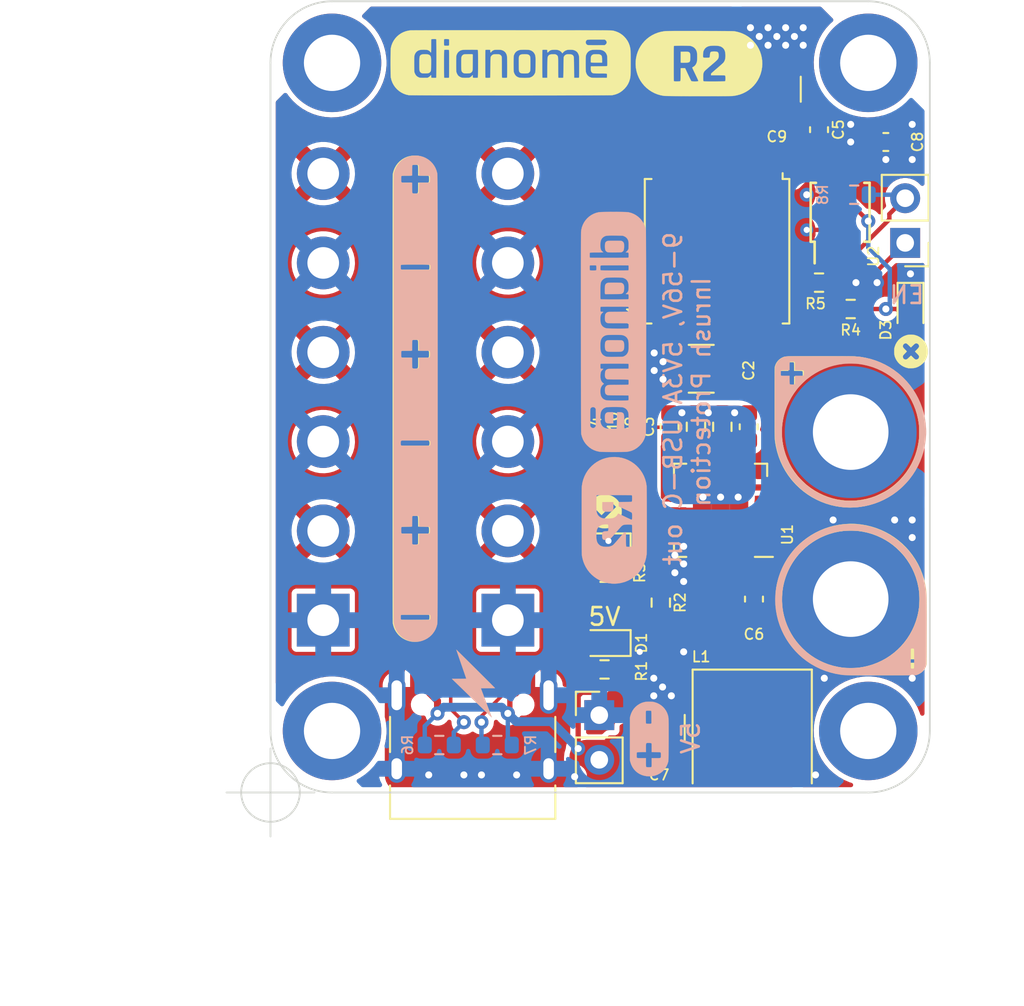
<source format=kicad_pcb>
(kicad_pcb (version 20211014) (generator pcbnew)
  (layers (0 "F.Cu" signal) (31 "B.Cu" signal) (34 "B.Paste" user) (35 "F.Paste" user) (36 "B.SilkS" user "B.Silkscreen") (37 "F.SilkS" user "F.Silkscreen") (38 "B.Mask" user) (39 "F.Mask" user) (44 "Edge.Cuts" user))
  (net 0 "")
  (net 1 "GND")
  (net 2 "VDD")
  (net 3 "Net-(C3-Pad1)")
  (net 4 "GNDA")
  (net 5 "Net-(C4-Pad1)")
  (net 6 "Net-(C6-Pad1)")
  (net 7 "LX")
  (net 8 "+5V")
  (net 9 "Net-(D1-Pad2)")
  (net 10 "Net-(D2-Pad2)")
  (net 11 "VSS")
  (net 12 "Net-(R2-Pad2)")
  (net 13 "Net-(R10-Pad2)")
  (net 19 "Net-(J2-PadA5)")
  (net 24 "Net-(J2-PadB5)")
  (net 26 "Net-(C5-Pad1)")
  (net 27 "Net-(C8-Pad1)")
  (net 28 "PSTATUS")
  (net 29 "Net-(R5-Pad2)")
  (net 30 "PEN")
  (footprint "Capacitor_SMD:C_1210_3225Metric" (layer "F.Cu") (at 114.7 75.3 90)
    (fp_text reference "C7" (at -2.7 -0.1 180) (layer "F.SilkS") (effects (font (size 0.6 0.6) (thickness 0.1))))
    (fp_text value "22uF 10V")
    (pad "1" smd roundrect locked (at -1.475 0 90) (size 1.15 2.7) (layers "F.Cu" "F.Paste" "F.Mask") (roundrect_rratio 0.2173913043) (net 8 "+5V"))
    (pad "2" smd roundrect locked (at 1.475 0 90) (size 1.15 2.7) (layers "F.Cu" "F.Paste" "F.Mask") (roundrect_rratio 0.2173913043) (net 1 "GND"))
  )
  (footprint "MountingHole:MountingHole_3.2mm_M3_DIN965_Pad" (layer "F.Cu") (at 96 75.5)
    (fp_text reference "H2" hide)
    (fp_text value "MountingHole")
    (pad "1" thru_hole circle locked (at 0 0) (size 5.6 5.6) (drill 3.2) (layers *.Cu *.Mask))
  )
  (footprint "Resistor_SMD:R_0603_1608Metric" (layer "F.Cu") (at 125.5 51.5)
    (fp_text reference "R4" (at 0 1.2) (layer "F.SilkS") (effects (font (size 0.6 0.6) (thickness 0.1))))
    (fp_text value "100k")
    (pad "1" smd roundrect locked (at -0.825 0) (size 0.8 0.95) (layers "F.Cu" "F.Paste" "F.Mask") (net 2 "VDD"))
    (pad "2" smd roundrect locked (at 0.825 0) (size 0.8 0.95) (layers "F.Cu" "F.Paste" "F.Mask") (net 28 "PSTATUS"))
  )
  (footprint "MountingHole:MountingHole_3.2mm_M3_DIN965_Pad" (layer "F.Cu") (at 126.5 37.5)
    (fp_text reference "H3" hide)
    (fp_text value "MountingHole")
    (pad "1" thru_hole circle locked (at 0 0) (size 5.6 5.6) (drill 3.2) (layers *.Cu *.Mask))
  )
  (footprint "graphics:logo" (layer "F.Cu") (at 112.750845 43.488555)
    (fp_text reference "Ref**" hide)
    (fp_text value "Val**" hide)
  )
  (footprint "Capacitor_SMD:C_0603_1608Metric" (layer "F.Cu") (at 119.7 58.2 90)
    (fp_text reference "C3" (at 0 -5.7 90) (layer "F.SilkS") (effects (font (size 0.6 0.6) (thickness 0.1))))
    (fp_text value "12nF 75V")
    (pad "1" smd roundrect locked (at -0.775 0 90) (size 0.9 0.95) (layers "F.Cu" "F.Paste" "F.Mask") (net 3 "Net-(C3-Pad1)"))
    (pad "2" smd roundrect locked (at 0.775 0 90) (size 0.9 0.95) (layers "F.Cu" "F.Paste" "F.Mask") (net 4 "GNDA"))
  )
  (footprint "Resistor_SMD:R_0603_1608Metric" (layer "F.Cu") (at 111.5 66.5 180)
    (fp_text reference "R3" (at -2 0 90) (layer "F.SilkS") (effects (font (size 0.6 0.6) (thickness 0.1))))
    (fp_text value "22k")
    (pad "1" smd roundrect locked (at -0.825 0 180) (size 0.8 0.95) (layers "F.Cu" "F.Paste" "F.Mask") (net 11 "VSS"))
    (pad "2" smd roundrect locked (at 0.825 0 180) (size 0.8 0.95) (layers "F.Cu" "F.Paste" "F.Mask") (net 10 "Net-(D2-Pad2)"))
  )
  (footprint "Capacitor_SMD:C_0603_1608Metric" (layer "F.Cu") (at 127.5 42)
    (fp_text reference "C8" (at 1.8 0 90) (layer "F.SilkS") (effects (font (size 0.6 0.6) (thickness 0.1))))
    (fp_text value "2.2uF 75V")
    (pad "1" smd roundrect locked (at -0.775 0) (size 0.9 0.95) (layers "F.Cu" "F.Paste" "F.Mask") (net 27 "Net-(C8-Pad1)"))
    (pad "2" smd roundrect locked (at 0.775 0) (size 0.9 0.95) (layers "F.Cu" "F.Paste" "F.Mask") (net 1 "GND"))
  )
  (footprint "LED_SMD:LED_0603_1608Metric" (layer "F.Cu") (at 111.5 65 180)
    (fp_text reference "D2" (at -2 0 90) (layer "F.SilkS") (effects (font (size 0.6 0.6) (thickness 0.1))))
    (fp_text value "LED_WHITE")
    (pad "1" smd roundrect locked (at -0.7875 0 180) (size 0.875 0.95) (layers "F.Cu" "F.Paste" "F.Mask") (net 1 "GND"))
    (pad "2" smd roundrect locked (at 0.7875 0 180) (size 0.875 0.95) (layers "F.Cu" "F.Paste" "F.Mask") (net 10 "Net-(D2-Pad2)"))
  )
  (footprint "Package_TO_SOT_SMD:PQFN_8x8" (layer "F.Cu") (at 117.9 48.215 -90)
    (fp_text reference "Q1" (at 4.285 4.8 90) (layer "F.SilkS") (effects (font (size 0.6 0.6) (thickness 0.1)) (justify left)))
    (fp_text value "Q_NMOS_DGS")
    (pad "1" smd rect locked (at -3.935 -3 270) (size 1.13 1.1) (layers "F.Cu" "F.Paste" "F.Mask") (net 26 "Net-(C5-Pad1)"))
    (pad "2" smd custom locked (at -3.61 1 270) (size 0.48 5.1) (layers "F.Cu" "F.Paste" "F.Mask") (net 11 "VSS") (options (clearance outline) (anchor rect)) (primitives (gr_poly (pts (xy -0.24 -1.45) (xy -0.89 -1.45) (xy -0.89 -2.55) (xy -0.24 -2.55)) (width 0) (fill yes)) (gr_poly (pts (xy -0.24 0.55) (xy -0.89 0.55) (xy -0.89 -0.55) (xy -0.24 -0.55)) (width 0) (fill yes)) (gr_poly (pts (xy -0.24 2.55) (xy -0.89 2.55) (xy -0.89 1.45) (xy -0.24 1.45)) (width 0) (fill yes))))
    (pad "3" smd custom locked (at 0.785 0 270) (size 5.23 6.9) (layers "F.Cu" "F.Mask") (net 2 "VDD") (options (clearance outline) (anchor rect)) (primitives (gr_poly (pts (xy 3.715 -2.45) (xy 2.615 -2.45) (xy 2.615 -3.55) (xy 3.715 -3.55)) (width 0) (fill yes)) (gr_poly (pts (xy 3.715 -0.45) (xy 2.615 -0.45) (xy 2.615 -1.55) (xy 3.715 -1.55)) (width 0) (fill yes)) (gr_poly (pts (xy 3.715 1.55) (xy 2.615 1.55) (xy 2.615 0.45) (xy 3.715 0.45)) (width 0) (fill yes)) (gr_poly (pts (xy 3.715 3.55) (xy 2.615 3.55) (xy 2.615 2.45) (xy 3.715 2.45)) (width 0) (fill yes))))
  )
  (footprint "Valve:ttt" (layer "F.Cu") (at 125.5 58.5)
    (fp_text reference "J7" hide)
    (fp_text value "Screw_Terminal_01x01")
    (pad "1" connect circle (at 0 0) (size 7.5 7.5) (layers "F.Cu" "F.Mask") (net 2 "VDD"))
    (pad "1" thru_hole circle (at 0 0) (size 4.7 4.7) (drill 4.3) (layers *.Cu *.Mask) (net 2 "VDD"))
    (pad "1" connect circle (at 0 0) (size 7.5 7.5) (layers "B.Cu" "B.Mask") (net 2 "VDD"))
  )
  (footprint "Capacitor_SMD:C_0603_1608Metric" (layer "F.Cu") (at 120 68 -90)
    (fp_text reference "C6" (at 2 0 180) (layer "F.SilkS") (effects (font (size 0.6 0.6) (thickness 0.1))))
    (fp_text value "0.1uF 75V")
    (pad "1" smd roundrect locked (at -0.775 0 270) (size 0.9 0.95) (layers "F.Cu" "F.Paste" "F.Mask") (net 6 "Net-(C6-Pad1)"))
    (pad "2" smd roundrect locked (at 0.775 0 270) (size 0.9 0.95) (layers "F.Cu" "F.Paste" "F.Mask") (net 7 "LX"))
  )
  (footprint "TerminalBlock:TerminalBlock_bornier-6_P5.08mm" (layer "F.Cu") (at 106 69.2 90)
    (fp_text reference "J1" hide)
    (fp_text value "Screw_Terminal_01x06")
    (pad "1" thru_hole rect (at 0 0 90) (size 3 3) (drill 1.8) (layers *.Cu *.Mask) (net 1 "GND"))
    (pad "2" thru_hole circle (at 5.08 0 90) (size 3 3) (drill 1.8) (layers *.Cu *.Mask) (net 11 "VSS"))
    (pad "3" thru_hole circle (at 10.16 0 90) (size 3 3) (drill 1.8) (layers *.Cu *.Mask) (net 1 "GND"))
    (pad "4" thru_hole circle (at 15.24 0 90) (size 3 3) (drill 1.8) (layers *.Cu *.Mask) (net 11 "VSS"))
    (pad "5" thru_hole circle (at 20.32 0 90) (size 3 3) (drill 1.8) (layers *.Cu *.Mask) (net 1 "GND"))
    (pad "6" thru_hole circle (at 25.4 0 90) (size 3 3) (drill 1.8) (layers *.Cu *.Mask) (net 11 "VSS"))
  )
  (footprint "graphics:plus" (layer "F.Cu") (at 125.71483 59.217427)
    (fp_text reference "Ref**" hide)
    (fp_text value "Val**" hide)
  )
  (footprint "Resistor_SMD:R_0603_1608Metric" (layer "F.Cu") (at 123.7 50)
    (fp_text reference "R5" (at -0.2 1.2) (layer "F.SilkS") (effects (font (size 0.6 0.6) (thickness 0.1))))
    (fp_text value "5.1k")
    (pad "1" smd roundrect locked (at -0.825 0) (size 0.8 0.95) (layers "F.Cu" "F.Paste" "F.Mask") (net 2 "VDD"))
    (pad "2" smd roundrect locked (at 0.825 0) (size 0.8 0.95) (layers "F.Cu" "F.Paste" "F.Mask") (net 29 "Net-(R5-Pad2)"))
  )
  (footprint "MountingHole:MountingHole_3.2mm_M3_DIN965_Pad" (layer "F.Cu") (at 126.5 75.5)
    (fp_text reference "H1" hide)
    (fp_text value "MountingHole")
    (pad "1" thru_hole circle locked (at 0 0) (size 5.6 5.6) (drill 3.2) (layers *.Cu *.Mask))
  )
  (footprint "graphics:pol_multi" (layer "F.Cu") (at 100.451509 56.233852 -90)
    (fp_text reference "Ref**" hide)
    (fp_text value "Val**" hide)
  )
  (footprint "Inductor_SMD:L_Coilcraft_XAL60xx_6.36x6.56mm" (layer "F.Cu") (at 119.9 75.3 -90)
    (fp_text reference "L1" (at -4.02 3.5 180) (layer "F.SilkS") (effects (font (size 0.6 0.6) (thickness 0.1)) (justify left)))
    (fp_text value "4.7uH")
    (pad "1" smd rect locked (at -2.02 0 270) (size 1.43 5.5) (layers "F.Cu" "F.Paste" "F.Mask") (net 7 "LX"))
    (pad "2" smd rect locked (at 2.02 0 270) (size 1.43 5.5) (layers "F.Cu" "F.Paste" "F.Mask") (net 8 "+5V"))
  )
  (footprint "graphics:fault" (layer "F.Cu") (at 128.6 53.4)
    (fp_text reference "Ref**" hide)
    (fp_text value "Val**" hide)
  )
  (footprint "graphics:ok" (layer "F.Cu") (at 110.7 62.6)
    (fp_text reference "Ref**" hide)
    (fp_text value "Val**" hide)
  )
  (footprint "TerminalBlock:TerminalBlock_bornier-6_P5.08mm" (layer "F.Cu") (at 95.5 69.2 90)
    (fp_text reference "J5" hide)
    (fp_text value "Screw_Terminal_01x06")
    (pad "1" thru_hole rect (at 0 0 90) (size 3 3) (drill 1.8) (layers *.Cu *.Mask) (net 1 "GND"))
    (pad "2" thru_hole circle (at 5.08 0 90) (size 3 3) (drill 1.8) (layers *.Cu *.Mask) (net 11 "VSS"))
    (pad "3" thru_hole circle (at 10.16 0 90) (size 3 3) (drill 1.8) (layers *.Cu *.Mask) (net 1 "GND"))
    (pad "4" thru_hole circle (at 15.24 0 90) (size 3 3) (drill 1.8) (layers *.Cu *.Mask) (net 11 "VSS"))
    (pad "5" thru_hole circle (at 20.32 0 90) (size 3 3) (drill 1.8) (layers *.Cu *.Mask) (net 1 "GND"))
    (pad "6" thru_hole circle (at 25.4 0 90) (size 3 3) (drill 1.8) (layers *.Cu *.Mask) (net 11 "VSS"))
  )
  (footprint "Resistor_SMD:R_0603_1608Metric" (layer "F.Cu") (at 111.5 72 180)
    (fp_text reference "R1" (at -2.1 -0.1 90) (layer "F.SilkS") (effects (font (size 0.6 0.6) (thickness 0.1))))
    (fp_text value "2k")
    (pad "1" smd roundrect locked (at -0.825 0 180) (size 0.8 0.95) (layers "F.Cu" "F.Paste" "F.Mask") (net 8 "+5V"))
    (pad "2" smd roundrect locked (at 0.825 0 180) (size 0.8 0.95) (layers "F.Cu" "F.Paste" "F.Mask") (net 9 "Net-(D1-Pad2)"))
  )
  (footprint "MountingHole:MountingHole_4.3mm_M4_DIN965_Pad_TopBottom" (layer "F.Cu") (at 125.5 68)
    (fp_text reference "J6" hide)
    (fp_text value "Screw_Terminal_01x01")
    (pad "1" thru_hole circle (at 0 0) (size 4.7 4.7) (drill 4.3) (layers *.Cu *.Mask) (net 1 "GND"))
    (pad "1" connect circle (at 0 0) (size 7.5 7.5) (layers "B.Cu" "B.Mask") (net 1 "GND"))
    (pad "1" connect circle (at 0 0) (size 7.5 7.5) (layers "F.Cu" "F.Mask") (net 1 "GND"))
  )
  (footprint "Capacitor_SMD:C_0603_1608Metric" (layer "F.Cu") (at 115.2 58.2 90)
    (fp_text reference "C4" (at 0 -4.2 90) (layer "F.SilkS") (effects (font (size 0.6 0.6) (thickness 0.1))))
    (fp_text value "2.2uF 10V")
    (pad "1" smd roundrect locked (at -0.775 0 90) (size 0.9 0.95) (layers "F.Cu" "F.Paste" "F.Mask") (net 5 "Net-(C4-Pad1)"))
    (pad "2" smd roundrect locked (at 0.775 0 90) (size 0.9 0.95) (layers "F.Cu" "F.Paste" "F.Mask") (net 4 "GNDA"))
  )
  (footprint "Connector_PinHeader_2.54mm:PinHeader_1x02_P2.54mm_Vertical" (layer "F.Cu") (at 111.2 74.6)
    (fp_text reference "J3" hide)
    (fp_text value "Conn_01x02_Male")
    (pad "1" thru_hole rect locked (at 0 0) (size 1.7 1.7) (drill 1) (layers *.Cu *.Mask) (net 1 "GND"))
    (pad "2" thru_hole oval locked (at 0 2.54) (size 1.7 1.7) (drill 1) (layers *.Cu *.Mask) (net 8 "+5V"))
  )
  (footprint "Resistor_SMD:R_0603_1608Metric" (layer "F.Cu") (at 118.2 58.2 90)
    (fp_text reference "R9" (at 0 -5.2 90) (layer "F.SilkS") (effects (font (size 0.6 0.6) (thickness 0.1))))
    (fp_text value "24.9k")
    (pad "1" smd roundrect locked (at -0.825 0 90) (size 0.8 0.95) (layers "F.Cu" "F.Paste" "F.Mask") (net 12 "Net-(R2-Pad2)"))
    (pad "2" smd roundrect locked (at 0.825 0 90) (size 0.8 0.95) (layers "F.Cu" "F.Paste" "F.Mask") (net 4 "GNDA"))
  )
  (footprint "Connector_USB:USB_C_Receptacle_HRO_TYPE-C-31-M-12" (layer "F.Cu") (at 104 76.6)
    (fp_text reference "J2" hide)
    (fp_text value "USB_C_Receptacle_USB2.0")
    (pad "" np_thru_hole circle (at -2.89 -2.6) (size 0.65 0.65) (drill 0.65) (layers *.Cu *.Mask))
    (pad "" np_thru_hole circle (at 2.89 -2.6) (size 0.65 0.65) (drill 0.65) (layers *.Cu *.Mask))
    (pad "A1" smd rect (at -3.25 -4.045) (size 0.6 1.45) (layers "F.Cu" "F.Paste" "F.Mask") (net 1 "GND"))
    (pad "A4" smd rect (at -2.45 -4.045) (size 0.6 1.45) (layers "F.Cu" "F.Paste" "F.Mask") (net 8 "+5V"))
    (pad "A5" smd rect (at -1.25 -4.045) (size 0.3 1.45) (layers "F.Cu" "F.Paste" "F.Mask") (net 19 "Net-(J2-PadA5)"))
    (pad "A6" smd rect (at -0.25 -4.045) (size 0.3 1.45) (layers "F.Cu" "F.Paste" "F.Mask"))
    (pad "A7" smd rect (at 0.25 -4.045) (size 0.3 1.45) (layers "F.Cu" "F.Paste" "F.Mask"))
    (pad "A8" smd rect (at 1.25 -4.045) (size 0.3 1.45) (layers "F.Cu" "F.Paste" "F.Mask"))
    (pad "A9" smd rect (at 2.45 -4.045) (size 0.6 1.45) (layers "F.Cu" "F.Paste" "F.Mask") (net 8 "+5V"))
    (pad "A12" smd rect (at 3.25 -4.045) (size 0.6 1.45) (layers "F.Cu" "F.Paste" "F.Mask") (net 1 "GND"))
    (pad "B1" smd rect (at 3.25 -4.045) (size 0.6 1.45) (layers "F.Cu" "F.Paste" "F.Mask") (net 1 "GND"))
    (pad "B4" smd rect (at 2.45 -4.045) (size 0.6 1.45) (layers "F.Cu" "F.Paste" "F.Mask") (net 8 "+5V"))
    (pad "B5" smd rect (at 1.75 -4.045) (size 0.3 1.45) (layers "F.Cu" "F.Paste" "F.Mask") (net 24 "Net-(J2-PadB5)"))
    (pad "B6" smd rect (at 0.75 -4.045) (size 0.3 1.45) (layers "F.Cu" "F.Paste" "F.Mask"))
    (pad "B7" smd rect (at -0.75 -4.045) (size 0.3 1.45) (layers "F.Cu" "F.Paste" "F.Mask"))
    (pad "B8" smd rect (at -1.75 -4.045) (size 0.3 1.45) (layers "F.Cu" "F.Paste" "F.Mask"))
    (pad "B9" smd rect (at -2.45 -4.045) (size 0.6 1.45) (layers "F.Cu" "F.Paste" "F.Mask") (net 8 "+5V"))
    (pad "B12" smd rect (at -3.25 -4.045) (size 0.6 1.45) (layers "F.Cu" "F.Paste" "F.Mask") (net 1 "GND"))
    (pad "S1" thru_hole oval (at -4.32 -3.13) (size 1 2.1) (drill oval 0.6 1.7) (layers *.Cu *.Mask "F.Paste") (net 1 "GND"))
    (pad "S1" thru_hole oval (at 4.32 1.05) (size 1 1.6) (drill oval 0.6 1.2) (layers *.Cu *.Mask "F.Paste") (net 1 "GND"))
    (pad "S1" thru_hole oval (at -4.32 1.05) (size 1 1.6) (drill oval 0.6 1.2) (layers *.Cu *.Mask "F.Paste") (net 1 "GND"))
    (pad "S1" thru_hole oval (at 4.32 -3.13) (size 1 2.1) (drill oval 0.6 1.7) (layers *.Cu *.Mask "F.Paste") (net 1 "GND"))
  )
  (footprint "Connector_PinHeader_2.54mm:PinHeader_1x02_P2.54mm_Vertical" (layer "F.Cu") (at 128.6 47.74 180)
    (fp_text reference "J4" hide)
    (fp_text value "Conn_01x02_Male")
    (pad "1" thru_hole rect locked (at 0 0 180) (size 1.7 1.7) (drill 1) (layers *.Cu *.Mask) (net 2 "VDD"))
    (pad "2" thru_hole oval locked (at 0 2.54 180) (size 1.7 1.7) (drill 1) (layers *.Cu *.Mask) (net 30 "PEN"))
  )
  (footprint "LED_SMD:LED_0603_1608Metric" (layer "F.Cu") (at 111.5 70.5 180)
    (fp_text reference "D1" (at -2.1 0 90) (layer "F.SilkS") (effects (font (size 0.6 0.6) (thickness 0.1))))
    (fp_text value "LED_WHITE")
    (pad "1" smd roundrect locked (at -0.7875 0 180) (size 0.875 0.95) (layers "F.Cu" "F.Paste" "F.Mask") (net 1 "GND"))
    (pad "2" smd roundrect locked (at 0.7875 0 180) (size 0.875 0.95) (layers "F.Cu" "F.Paste" "F.Mask") (net 9 "Net-(D1-Pad2)"))
  )
  (footprint "Capacitor_SMD:C_1210_3225Metric" (layer "F.Cu") (at 121.3 39 90)
    (fp_text reference "C9" (at -2.7 0 180) (layer "F.SilkS") (effects (font (size 0.6 0.6) (thickness 0.1))))
    (fp_text value "2.2uF 75V")
    (pad "1" smd roundrect (at -1.475 0 90) (size 1.15 2.7) (layers "F.Cu" "F.Paste" "F.Mask") (roundrect_rratio 0.2173913043) (net 11 "VSS"))
    (pad "2" smd roundrect (at 1.475 0 90) (size 1.15 2.7) (layers "F.Cu" "F.Paste" "F.Mask") (roundrect_rratio 0.2173913043) (net 1 "GND"))
  )
  (footprint "Resistor_SMD:R_0603_1608Metric" (layer "F.Cu") (at 114.7 68.2 90)
    (fp_text reference "R2" (at 0 1.1 270) (layer "F.SilkS") (effects (font (size 0.6 0.6) (thickness 0.1))))
    (fp_text value "115k")
    (pad "1" smd roundrect locked (at -0.825 0 90) (size 0.8 0.95) (layers "F.Cu" "F.Paste" "F.Mask") (net 8 "+5V"))
    (pad "2" smd roundrect locked (at 0.825 0 90) (size 0.8 0.95) (layers "F.Cu" "F.Paste" "F.Mask") (net 12 "Net-(R2-Pad2)"))
  )
  (footprint "MountingHole:MountingHole_3.2mm_M3_DIN965_Pad" (layer "F.Cu") (at 96 37.5)
    (fp_text reference "H4" hide)
    (fp_text value "MountingHole")
    (pad "1" thru_hole circle locked (at 0 0) (size 5.6 5.6) (drill 3.2) (layers *.Cu *.Mask))
  )
  (footprint "LED_SMD:LED_0603_1608Metric" (layer "F.Cu") (at 128.9 51.5 -90)
    (fp_text reference "D3" (at 1.2 1.4 -90) (layer "F.SilkS") (effects (font (size 0.6 0.6) (thickness 0.1))))
    (fp_text value "LED_RED")
    (pad "1" smd roundrect locked (at -0.7875 0 270) (size 0.875 0.95) (layers "F.Cu" "F.Paste" "F.Mask") (net 1 "GND"))
    (pad "2" smd roundrect locked (at 0.7875 0 270) (size 0.875 0.95) (layers "F.Cu" "F.Paste" "F.Mask") (net 28 "PSTATUS"))
  )
  (footprint "Capacitor_SMD:C_1210_3225Metric" (layer "F.Cu") (at 117 54.9 180)
    (fp_text reference "C2" (at -2.7 -0.1 90) (layer "F.SilkS") (effects (font (size 0.6 0.6) (thickness 0.1))))
    (fp_text value "2.2uF 75V")
    (pad "1" smd roundrect locked (at -1.475 0 180) (size 1.15 2.7) (layers "F.Cu" "F.Paste" "F.Mask") (roundrect_rratio 0.2173913043) (net 2 "VDD"))
    (pad "2" smd roundrect locked (at 1.475 0 180) (size 1.15 2.7) (layers "F.Cu" "F.Paste" "F.Mask") (roundrect_rratio 0.2173913043) (net 1 "GND"))
  )
  (footprint "NetTie:NetTie-2_SMD_Pad0.5mm" (layer "F.Cu") (at 114.3 63.5 -90)
    (fp_text reference "NT1" hide)
    (fp_text value "NetTie_2")
    (fp_poly (pts (xy -0.5 -0.25) (xy 0.5 -0.25) (xy 0.5 0.25) (xy -0.5 0.25)) (layer "F.Cu") (width 0) (fill solid))
    (pad "1" smd circle locked (at -0.5 0 270) (size 0.5 0.5) (layers "F.Cu") (net 4 "GNDA"))
    (pad "2" smd circle locked (at 0.5 0 270) (size 0.5 0.5) (layers "F.Cu") (net 1 "GND"))
  )
  (footprint "Package_SO:MSOP-10_3x3mm_P0.5mm" (layer "F.Cu") (at 124.9 46 90)
    (fp_text reference "U2" (at -2.5 1.9 90) (layer "F.SilkS") (effects (font (size 0.6 0.6) (thickness 0.1))))
    (fp_text value "LM5060")
    (pad "1" smd rect locked (at -2.2 -1 90) (size 1.4 0.3) (layers "F.Cu" "F.Paste" "F.Mask") (net 29 "Net-(R5-Pad2)"))
    (pad "2" smd rect locked (at -2.2 -0.5 90) (size 1.4 0.3) (layers "F.Cu" "F.Paste" "F.Mask") (net 2 "VDD"))
    (pad "3" smd rect locked (at -2.2 0 90) (size 1.4 0.3) (layers "F.Cu" "F.Paste" "F.Mask") (net 1 "GND"))
    (pad "4" smd rect locked (at -2.2 0.5 90) (size 1.4 0.3) (layers "F.Cu" "F.Paste" "F.Mask") (net 2 "VDD"))
    (pad "5" smd rect locked (at -2.2 1 90) (size 1.4 0.3) (layers "F.Cu" "F.Paste" "F.Mask") (net 30 "PEN"))
    (pad "6" smd rect locked (at 2.2 1 90) (size 1.4 0.3) (layers "F.Cu" "F.Paste" "F.Mask") (net 1 "GND"))
    (pad "7" smd rect locked (at 2.2 0.5 90) (size 1.4 0.3) (layers "F.Cu" "F.Paste" "F.Mask") (net 27 "Net-(C8-Pad1)"))
    (pad "8" smd rect locked (at 2.2 0 90) (size 1.4 0.3) (layers "F.Cu" "F.Paste" "F.Mask") (net 28 "PSTATUS"))
    (pad "9" smd rect locked (at 2.2 -0.5 90) (size 1.4 0.3) (layers "F.Cu" "F.Paste" "F.Mask") (net 11 "VSS"))
    (pad "10" smd rect locked (at 2.2 -1 90) (size 1.4 0.3) (layers "F.Cu" "F.Paste" "F.Mask") (net 26 "Net-(C5-Pad1)"))
  )
  (footprint "graphics:minus" (layer "F.Cu") (at 125.71 70.12 180)
    (fp_text reference "Ref**" hide)
    (fp_text value "Val**" hide)
  )
  (footprint "Capacitor_SMD:C_0603_1608Metric" (layer "F.Cu") (at 123.7 41.3 90)
    (fp_text reference "C5" (at 0 1.1 90) (layer "F.SilkS") (effects (font (size 0.6 0.6) (thickness 0.1))))
    (fp_text value "0")
    (pad "1" smd roundrect locked (at -0.775 0 90) (size 0.9 0.95) (layers "F.Cu" "F.Paste" "F.Mask") (net 26 "Net-(C5-Pad1)"))
    (pad "2" smd roundrect locked (at 0.775 0 90) (size 0.9 0.95) (layers "F.Cu" "F.Paste" "F.Mask") (net 1 "GND"))
  )
  (footprint "Movr:MAX17504" (layer "F.Cu") (at 118.1 62.95 180)
    (fp_text reference "U1" (at -3.8 -2.05 90) (layer "F.SilkS") (effects (font (size 0.6 0.6) (thickness 0.1)) (justify left)))
    (fp_text value "ΜΑΧ17504")
    (pad "1" smd rect (at -2.425 -0.65 270) (size 0.35 0.95) (layers "F.Cu" "F.Paste" "F.Mask") (net 2 "VDD"))
    (pad "1" smd rect (at -2.425 0 270) (size 0.35 0.95) (layers "F.Cu" "F.Paste" "F.Mask") (net 2 "VDD"))
    (pad "1" smd rect (at -2.425 -1.3 270) (size 0.35 0.95) (layers "F.Cu" "F.Paste" "F.Mask") (net 2 "VDD"))
    (pad "4" smd rect (at -2.425 0.65 270) (size 0.35 0.95) (layers "F.Cu" "F.Paste" "F.Mask") (net 2 "VDD"))
    (pad "5" smd rect (at -2.425 1.3 270) (size 0.35 0.95) (layers "F.Cu" "F.Paste" "F.Mask"))
    (pad "6" smd rect (at -1.3 2.425 180) (size 0.35 0.95) (layers "F.Cu" "F.Paste" "F.Mask"))
    (pad "7" smd rect (at -0.65 2.425 180) (size 0.35 0.95) (layers "F.Cu" "F.Paste" "F.Mask") (net 3 "Net-(C3-Pad1)"))
    (pad "8" smd rect (at 0 2.425 180) (size 0.35 0.95) (layers "F.Cu" "F.Paste" "F.Mask"))
    (pad "9" smd rect (at 0.65 2.425 180) (size 0.35 0.95) (layers "F.Cu" "F.Paste" "F.Mask") (net 12 "Net-(R2-Pad2)"))
    (pad "10" smd rect (at 1.3 2.425 180) (size 0.35 0.95) (layers "F.Cu" "F.Paste" "F.Mask") (net 13 "Net-(R10-Pad2)"))
    (pad "11" smd rect (at 2.425 1.3 270) (size 0.35 0.95) (layers "F.Cu" "F.Paste" "F.Mask"))
    (pad "12" smd rect (at 2.425 0.65 270) (size 0.35 0.95) (layers "F.Cu" "F.Paste" "F.Mask") (net 5 "Net-(C4-Pad1)"))
    (pad "13" smd rect (at 2.425 0 270) (size 0.35 0.95) (layers "F.Cu" "F.Paste" "F.Mask") (net 4 "GNDA"))
    (pad "13" smd rect (at 1.05 1.05 180) (size 1.05 1.05) (layers "F.Cu" "F.Paste" "F.Mask") (net 4 "GNDA"))
    (pad "13" smd rect (at 1.05 0 180) (size 1.05 1.05) (layers "F.Cu" "F.Paste" "F.Mask") (net 4 "GNDA"))
    (pad "13" smd rect (at -1.05 -1.05 180) (size 1.05 1.05) (layers "F.Cu" "F.Paste" "F.Mask") (net 4 "GNDA"))
    (pad "13" smd rect (at -1.05 0 180) (size 1.05 1.05) (layers "F.Cu" "F.Paste" "F.Mask") (net 4 "GNDA"))
    (pad "13" smd rect (at 0 1.05 180) (size 1.05 1.05) (layers "F.Cu" "F.Paste" "F.Mask") (net 4 "GNDA"))
    (pad "13" smd rect (at -1.05 1.05 180) (size 1.05 1.05) (layers "F.Cu" "F.Paste" "F.Mask") (net 4 "GNDA"))
    (pad "13" smd rect (at 0 0 180) (size 1.05 1.05) (layers "F.Cu" "F.Paste" "F.Mask") (net 4 "GNDA"))
    (pad "13" smd rect (at 1.05 -1.05 180) (size 1.05 1.05) (layers "F.Cu" "F.Paste" "F.Mask") (net 4 "GNDA"))
    (pad "13" smd rect (at 0 -1.05 180) (size 1.05 1.05) (layers "F.Cu" "F.Paste" "F.Mask") (net 4 "GNDA"))
    (pad "14" smd rect (at 1.3 -2.425 180) (size 0.35 0.95) (layers "F.Cu" "F.Paste" "F.Mask") (net 1 "GND"))
    (pad "14" smd rect (at 2.425 -1.3 270) (size 0.35 0.95) (layers "F.Cu" "F.Paste" "F.Mask") (net 1 "GND"))
    (pad "14" smd rect (at 2.425 -0.65 270) (size 0.35 0.95) (layers "F.Cu" "F.Paste" "F.Mask") (net 1 "GND"))
    (pad "17" smd rect (at 0.65 -2.425 180) (size 0.35 0.95) (layers "F.Cu" "F.Paste" "F.Mask") (net 7 "LX"))
    (pad "17" smd rect (at 0 -2.425 180) (size 0.35 0.95) (layers "F.Cu" "F.Paste" "F.Mask") (net 7 "LX"))
    (pad "17" smd rect (at -0.65 -2.425 180) (size 0.35 0.95) (layers "F.Cu" "F.Paste" "F.Mask") (net 7 "LX"))
    (pad "20" smd rect (at -1.3 -2.425 180) (size 0.35 0.95) (layers "F.Cu" "F.Paste" "F.Mask") (net 6 "Net-(C6-Pad1)"))
  )
  (footprint "Resistor_SMD:R_0603_1608Metric" (layer "F.Cu") (at 116.7 58.2 -90)
    (fp_text reference "R10" (at 0 4.7 90) (layer "F.SilkS") (effects (font (size 0.6 0.6) (thickness 0.1))))
    (fp_text value "19.1k")
    (pad "1" smd roundrect locked (at -0.825 0 270) (size 0.8 0.95) (layers "F.Cu" "F.Paste" "F.Mask") (net 4 "GNDA"))
    (pad "2" smd roundrect locked (at 0.825 0 270) (size 0.8 0.95) (layers "F.Cu" "F.Paste" "F.Mask") (net 13 "Net-(R10-Pad2)"))
  )
  (footprint "Resistor_SMD:R_0603_1608Metric" (layer "B.Cu") (at 125.7 45 180)
    (fp_text reference "R8" (at 1.8 0 90) (layer "B.SilkS") (effects (font (size 0.6 0.6) (thickness 0.1)) (justify mirror)))
    (fp_text value "47k")
    (pad "1" smd roundrect locked (at -0.825 0 180) (size 0.8 0.95) (layers "B.Cu" "B.Paste" "B.Mask") (net 30 "PEN"))
    (pad "2" smd roundrect locked (at 0.825 0 180) (size 0.8 0.95) (layers "B.Cu" "B.Paste" "B.Mask") (net 1 "GND"))
  )
  (footprint "graphics:plus_minus" (layer "B.Cu") (at 114.8 76.1)
    (fp_text reference "Ref**" hide)
    (fp_text value "Val**" hide)
  )
  (footprint "Resistor_SMD:R_0603_1608Metric" (layer "B.Cu") (at 105.4 76.3 180)
    (fp_text reference "R7" (at -1.9 0 90) (layer "B.SilkS") (effects (font (size 0.6 0.6) (thickness 0.1)) (justify mirror)))
    (fp_text value "5.1k")
    (pad "1" smd roundrect locked (at -0.825 0 180) (size 0.8 0.95) (layers "B.Cu" "B.Paste" "B.Mask") (net 8 "+5V"))
    (pad "2" smd roundrect locked (at 0.825 0 180) (size 0.8 0.95) (layers "B.Cu" "B.Paste" "B.Mask") (net 24 "Net-(J2-PadB5)"))
  )
  (footprint "Resistor_SMD:R_0603_1608Metric" (layer "B.Cu") (at 102.1 76.3)
    (fp_text reference "R6" (at -1.8 0 90) (layer "B.SilkS") (effects (font (size 0.6 0.6) (thickness 0.1)) (justify mirror)))
    (fp_text value "5.1k")
    (pad "1" smd roundrect locked (at -0.825 0) (size 0.8 0.95) (layers "B.Cu" "B.Paste" "B.Mask") (net 8 "+5V"))
    (pad "2" smd roundrect locked (at 0.825 0) (size 0.8 0.95) (layers "B.Cu" "B.Paste" "B.Mask") (net 19 "Net-(J2-PadA5)"))
  )
  (footprint "graphics:plus" (layer "B.Cu") (at 126.217427 58.73483 -90)
    (fp_text reference "Ref**" hide)
    (fp_text value "Val**" hide)
  )
  (footprint "graphics:minus" (layer "B.Cu") (at 127.61 68.22 90)
    (fp_text reference "Ref**" hide)
    (fp_text value "Val**" hide)
  )
  (footprint "graphics:pol_multi" (layer "B.Cu") (at 101 56.233852 -90)
    (fp_text reference "Ref**" hide)
    (fp_text value "Val**" hide)
  )
  (footprint "graphics:lightning" (layer "B.Cu") (at 104 71.321527 180)
    (fp_text reference "Ref**" hide)
    (fp_text value "Val**" hide)
  )
  (footprint "graphics:logo" (layer "B.Cu") (at 118 59.4 -90)
    (fp_text reference "Ref**" hide)
    (fp_text value "Val**" hide)
  )
  (gr_arc (start 96 79) (mid 93.525126 77.974874) (end 92.5 75.5) (layer "Edge.Cuts") (width 0.1))
  (gr_line (start 96 79) (end 126.5 79) (layer "Edge.Cuts") (width 0.1))
  (gr_line (start 96 34) (end 126.5 34) (layer "Edge.Cuts") (width 0.1))
  (gr_arc (start 92.5 37.5) (mid 93.525126 35.025126) (end 96 34) (layer "Edge.Cuts") (width 0.1))
  (gr_arc (start 126.5 34) (mid 128.974874 35.025126) (end 130 37.5) (layer "Edge.Cuts") (width 0.1))
  (gr_line (start 92.5 75.5) (end 92.5 37.5) (layer "Edge.Cuts") (width 0.1))
  (gr_arc (start 130 75.5) (mid 128.974874 77.974874) (end 126.5 79) (layer "Edge.Cuts") (width 0.1))
  (gr_line (start 130 75.5) (end 130 37.5) (layer "Edge.Cuts") (width 0.1))
  (gr_text "EN" (at 128.7 50.7) (layer "B.SilkS") (effects (font (size 1 1)) (justify mirror)))
  (gr_text "5V" (at 116.4 75.9 90) (layer "B.SilkS") (effects (font (size 1 1)) (justify mirror)))
  (gr_text "9-56V, 5V3A USB-C out\nInrush Protection " (at 116.2 56.6 90) (layer "B.SilkS") (effects (font (size 1 1)) (justify mirror)))
  (gr_text "5V" (at 111.5 69) (layer "F.SilkS") (effects (font (size 1 1))))
  (target plus (at 92.5 79) (size 5) (width 0.1) (layer "Edge.Cuts"))
  (segment (start 124.9 49.20048) (end 124.9 48.2) (width 0.25) (layer "F.Cu") (net 1))
  (segment (start 111.979466 64.691966) (end 112.2875 65) (width 0.3) (layer "F.Cu") (net 1))
  (segment (start 124.942263 49.20048) (end 124.9 49.20048) (width 0.25) (layer "F.Cu") (net 1))
  (segment (start 111.722808 64.691966) (end 111.979466 64.691966) (width 0.3) (layer "F.Cu") (net 1))
  (segment (start 125.8 50) (end 125.6 50) (width 0.25) (layer "F.Cu") (net 1))
  (segment (start 125.24952 49.64952) (end 125.24952 49.507737) (width 0.25) (layer "F.Cu") (net 1))
  (segment (start 125.24952 49.507737) (end 124.942263 49.20048) (width 0.25) (layer "F.Cu") (net 1))
  (segment (start 114.3 64) (end 114.7 63.6) (width 0.3) (layer "F.Cu") (net 1))
  (segment (start 125.6 50) (end 125.24952 49.64952) (width 0.25) (layer "F.Cu") (net 1))
  (segment (start 113 70.5) (end 113.5 71) (width 0.3) (layer "F.Cu") (net 1))
  (segment (start 112.2875 70.5) (end 113 70.5) (width 0.3) (layer "F.Cu") (net 1))
  (segment (start 114.7 63.6) (end 115.675 63.6) (width 0.3) (layer "F.Cu") (net 1))
  (via (at 129 41) (size 0.8) (drill 0.4) (layers "F.Cu" "B.Cu") (net 1))
  (via (at 122.8 36.5) (size 0.8) (drill 0.4) (layers "F.Cu" "B.Cu") (net 1))
  (via (at 129 43) (size 0.8) (drill 0.4) (layers "F.Cu" "B.Cu") (net 1))
  (via (at 120.3 36) (size 0.8) (drill 0.4) (layers "F.Cu" "B.Cu") (net 1))
  (via (at 114.3 72.5) (size 0.8) (drill 0.4) (layers "F.Cu" "B.Cu") (net 1))
  (via (at 119.8 36.5) (size 0.8) (drill 0.4) (layers "F.Cu" "B.Cu") (net 1))
  (via (at 115.3 73.5) (size 0.8) (drill 0.4) (layers "F.Cu" "B.Cu") (net 1))
  (via (at 127.5 43) (size 0.8) (drill 0.4) (layers "F.Cu" "B.Cu") (net 1))
  (via (at 129 64.5) (size 0.8) (drill 0.4) (layers "F.Cu" "B.Cu") (net 1))
  (via (at 104.5 78) (size 0.8) (drill 0.4) (layers "F.Cu" "B.Cu") (net 1))
  (via (at 103.5 78) (size 0.8) (drill 0.4) (layers "F.Cu" "B.Cu") (net 1))
  (via (at 120.8 36.5) (size 0.8) (drill 0.4) (layers "F.Cu" "B.Cu") (net 1))
  (via (at 111.722808 64.691966) (size 0.75) (drill 0.35) (layers "F.Cu" "B.Cu") (net 1))
  (via (at 124.5 63.5) (size 0.8) (drill 0.4) (layers "F.Cu" "B.Cu") (net 1))
  (via (at 120.8 35.5) (size 0.8) (drill 0.4) (layers "F.Cu" "B.Cu") (net 1))
  (via (at 114.3 73.5) (size 0.8) (drill 0.4) (layers "F.Cu" "B.Cu") (net 1))
  (via (at 127 50) (size 0.8) (drill 0.4) (layers "F.Cu" "B.Cu") (net 1))
  (via (at 119.8 35.5) (size 0.8) (drill 0.4) (layers "F.Cu" "B.Cu") (net 1))
  (via (at 106.5 78) (size 0.8) (drill 0.4) (layers "F.Cu" "B.Cu") (net 1))
  (via (at 114.825 54.5) (size 0.8) (drill 0.4) (layers "F.Cu" "B.Cu") (net 1))
  (via (at 114.8 73) (size 0.8) (drill 0.4) (layers "F.Cu" "B.Cu") (net 1))
  (via (at 116 67) (size 0.8) (drill 0.4) (layers "F.Cu" "B.Cu") (net 1))
  (via (at 121.3 36) (size 0.8) (drill 0.4) (layers "F.Cu" "B.Cu") (net 1))
  (via (at 109.8 78.1) (size 0.8) (drill 0.4) (layers "F.Cu" "B.Cu") (net 1))
  (via (at 123.5 78) (size 0.8) (drill 0.4) (layers "F.Cu" "B.Cu") (net 1))
  (via (at 125.5 41) (size 0.8) (drill 0.4) (layers "F.Cu" "B.Cu") (net 1))
  (via (at 121.8 36.5) (size 0.8) (drill 0.4) (layers "F.Cu" "B.Cu") (net 1))
  (via (at 129 72.5) (size 0.8) (drill 0.4) (layers "F.Cu" "B.Cu") (net 1))
  (via (at 113.5 71) (size 0.75) (drill 0.35) (layers "F.Cu" "B.Cu") (net 1))
  (via (at 128 63.5) (size 0.8) (drill 0.4) (layers "F.Cu" "B.Cu") (net 1))
  (via (at 124 72.5) (size 0.8) (drill 0.4) (layers "F.Cu" "B.Cu") (net 1))
  (via (at 116 66) (size 0.8) (drill 0.4) (layers "F.Cu" "B.Cu") (net 1))
  (via (at 115.5 66.5) (size 0.8) (drill 0.4) (layers "F.Cu" "B.Cu") (net 1))
  (via (at 115.5 65.5) (size 0.8) (drill 0.4) (layers "F.Cu" "B.Cu") (net 1))
  (via (at 114.825 55.5) (size 0.8) (drill 0.4) (layers "F.Cu" "B.Cu") (net 1))
  (via (at 116 65) (size 0.8) (drill 0.4) (layers "F.Cu" "B.Cu") (net 1))
  (via (at 125.8 50) (size 0.8) (drill 0.4) (layers "F.Cu" "B.Cu") (net 1))
  (via (at 116 71) (size 0.8) (drill 0.4) (layers "F.Cu" "B.Cu") (net 1))
  (via (at 122.8 35.5) (size 0.8) (drill 0.4) (layers "F.Cu" "B.Cu") (net 1))
  (via (at 114.325 54) (size 0.8) (drill 0.4) (layers "F.Cu" "B.Cu") (net 1))
  (via (at 129 63.5) (size 0.8) (drill 0.4) (layers "F.Cu" "B.Cu") (net 1))
  (via (at 121.8 35.5) (size 0.8) (drill 0.4) (layers "F.Cu" "B.Cu") (net 1))
  (via (at 114.325 55) (size 0.8) (drill 0.4) (layers "F.Cu" "B.Cu") (net 1))
  (via (at 128.9 49.5) (size 0.8) (drill 0.4) (layers "F.Cu" "B.Cu") (net 1))
  (via (at 125.5 42) (size 0.8) (drill 0.4) (layers "F.Cu" "B.Cu") (net 1))
  (via (at 122.3 36) (size 0.8) (drill 0.4) (layers "F.Cu" "B.Cu") (net 1))
  (via (at 101.5 78) (size 0.8) (drill 0.4) (layers "F.Cu" "B.Cu") (net 1))
  (segment (start 125.4 47.2) (end 125.4 48.2) (width 0.25) (layer "F.Cu") (net 2))
  (segment (start 127.064511 49.275489) (end 128.6 47.74) (width 0.25) (layer "F.Cu") (net 2))
  (segment (start 125.374511 48.225489) (end 125.374511 48.99701) (width 0.25) (layer "F.Cu") (net 2))
  (segment (start 125.65299 49.275489) (end 127.064511 49.275489) (width 0.25) (layer "F.Cu") (net 2))
  (segment (start 125.2 47) (end 125.4 47.2) (width 0.25) (layer "F.Cu") (net 2))
  (segment (start 124.4 48.2) (end 124.4 47) (width 0.25) (layer "F.Cu") (net 2))
  (segment (start 123 47) (end 124.4 47) (width 0.25) (layer "F.Cu") (net 2))
  (segment (start 124.4 47) (end 125.2 47) (width 0.25) (layer "F.Cu") (net 2))
  (segment (start 125.4 48.2) (end 125.374511 48.225489) (width 0.25) (layer "F.Cu") (net 2))
  (segment (start 125.374511 48.99701) (end 125.65299 49.275489) (width 0.25) (layer "F.Cu") (net 2))
  (via (at 123 47) (size 0.75) (drill 0.35) (layers "F.Cu" "B.Cu") (net 2))
  (segment (start 118.75 60.525) (end 118.75 59.925) (width 0.3) (layer "F.Cu") (net 3))
  (segment (start 118.75 59.925) (end 119.7 58.975) (width 0.3) (layer "F.Cu") (net 3))
  (segment (start 115.675 62.95) (end 114.35 62.95) (width 0.3) (layer "F.Cu") (net 4))
  (segment (start 114.35 62.95) (end 114.3 63) (width 0.3) (layer "F.Cu") (net 4))
  (segment (start 115.675 62.95) (end 117.05 62.95) (width 0.3) (layer "F.Cu") (net 4))
  (via (at 118.1 62.2) (size 0.8) (drill 0.4) (layers "F.Cu" "B.Cu") (net 4))
  (via (at 117.4 57.4) (size 0.8) (drill 0.4) (layers "F.Cu" "B.Cu") (net 4))
  (via (at 118.9 57.4) (size 0.8) (drill 0.4) (layers "F.Cu" "B.Cu") (net 4))
  (via (at 115.9 57.4) (size 0.8) (drill 0.4) (layers "F.Cu" "B.Cu") (net 4))
  (via (at 119.1 62.2) (size 0.8) (drill 0.4) (layers "F.Cu" "B.Cu") (net 4))
  (via (at 117.1 62.2) (size 0.8) (drill 0.4) (layers "F.Cu" "B.Cu") (net 4))
  (segment (start 114.850489 59.324511) (end 115.2 58.975) (width 0.3) (layer "F.Cu") (net 5))
  (segment (start 114.975978 62.3) (end 114.850489 62.174511) (width 0.3) (layer "F.Cu") (net 5))
  (segment (start 114.850489 62.174511) (end 114.850489 59.324511) (width 0.3) (layer "F.Cu") (net 5))
  (segment (start 115.675 62.3) (end 114.975978 62.3) (width 0.3) (layer "F.Cu") (net 5))
  (segment (start 120 66.5) (end 119.4 65.9) (width 0.3) (layer "F.Cu") (net 6))
  (segment (start 120 67.225) (end 120 66.5) (width 0.3) (layer "F.Cu") (net 6))
  (segment (start 119.4 65.9) (end 119.4 65.375) (width 0.3) (layer "F.Cu") (net 6))
  (segment (start 117.12 76.52) (end 116.6 76) (width 0.3) (layer "F.Cu") (net 8))
  (segment (start 106.45 73.344661) (end 106.45 72.555) (width 0.4) (layer "F.Cu") (net 8))
  (segment (start 106.11515 74.38485) (end 106.11515 73.679511) (width 0.3) (layer "F.Cu") (net 8))
  (segment (start 102 73.794661) (end 101.55 73.344661) (width 0.4) (layer "F.Cu") (net 8))
  (segment (start 110 73.5) (end 110 76.5) (width 0.3) (layer "F.Cu") (net 8))
  (segment (start 116.6 76) (end 116.6 72.9) (width 0.3) (layer "F.Cu") (net 8))
  (segment (start 114.5 70.8) (end 114.5 70) (width 0.3) (layer "F.Cu") (net 8))
  (segment (start 101.55 73.344661) (end 101.55 72.555) (width 0.4) (layer "F.Cu") (net 8))
  (segment (start 106 74.5) (end 106.11515 74.38485) (width 0.4) (layer "F.Cu") (net 8))
  (segment (start 114.5 69.225) (end 114.7 69.025) (width 0.25) (layer "F.Cu") (net 8))
  (segment (start 119.9 77.32) (end 117.92 77.32) (width 0.25) (layer "F.Cu") (net 8))
  (segment (start 117.92 77.32) (end 117.12 76.52) (width 0.25) (layer "F.Cu") (net 8))
  (segment (start 110.199511 73.300489) (end 110 73.5) (width 0.3) (layer "F.Cu") (net 8))
  (segment (start 102 74.5) (end 102 73.794661) (width 0.4) (layer "F.Cu") (net 8))
  (segment (start 111.024511 73.300489) (end 110.199511 73.300489) (width 0.3) (layer "F.Cu") (net 8))
  (segment (start 106.11515 73.679511) (end 106.45 73.344661) (width 0.3) (layer "F.Cu") (net 8))
  (segment (start 114.5 70) (end 114.5 69.225) (width 0.25) (layer "F.Cu") (net 8))
  (segment (start 112.325 72) (end 111.024511 73.300489) (width 0.3) (layer "F.Cu") (net 8))
  (segment (start 116.6 72.9) (end 114.5 70.8) (width 0.3) (layer "F.Cu") (net 8))
  (via (at 106 74.5) (size 0.8) (drill 0.4) (layers "F.Cu" "B.Cu") (net 8))
  (via (at 102 74.5) (size 0.8) (drill 0.4) (layers "F.Cu" "B.Cu") (net 8))
  (via (at 110 76.5) (size 0.8) (drill 0.4) (layers "F.Cu" "B.Cu") (net 8))
  (segment (start 102 74.5) (end 102.349511 74.150489) (width 0.5) (layer "B.Cu") (net 8))
  (segment (start 101.275 76.3) (end 101.275 75.225) (width 0.25) (layer "B.Cu") (net 8))
  (segment (start 102.349511 74.150489) (end 105.650489 74.150489) (width 0.5) (layer "B.Cu") (net 8))
  (segment (start 106 76.075) (end 106 74.5) (width 0.25) (layer "B.Cu") (net 8))
  (segment (start 106.46952 74.96952) (end 108.46952 74.96952) (width 0.5) (layer "B.Cu") (net 8))
  (segment (start 106 74.5) (end 106.46952 74.96952) (width 0.5) (layer "B.Cu") (net 8))
  (segment (start 101.275 75.225) (end 102 74.5) (width 0.25) (layer "B.Cu") (net 8))
  (segment (start 108.46952 74.96952) (end 110 76.5) (width 0.5) (layer "B.Cu") (net 8))
  (segment (start 105.650489 74.150489) (end 106 74.5) (width 0.5) (layer "B.Cu") (net 8))
  (segment (start 106.225 76.3) (end 106 76.075) (width 0.25) (layer "B.Cu") (net 8))
  (segment (start 110.675 72) (end 110.675 70.5375) (width 0.3) (layer "F.Cu") (net 9))
  (segment (start 110.675 70.5375) (end 110.7125 70.5) (width 0.3) (layer "F.Cu") (net 9))
  (segment (start 110.675 65.0375) (end 110.7125 65) (width 0.3) (layer "F.Cu") (net 10))
  (segment (start 110.675 66.5) (end 110.675 65.0375) (width 0.3) (layer "F.Cu") (net 10))
  (segment (start 124.199022 45) (end 123 45) (width 0.25) (layer "F.Cu") (net 11))
  (segment (start 124.4 43.8) (end 124.4 44.799022) (width 0.25) (layer "F.Cu") (net 11))
  (segment (start 124.4 44.799022) (end 124.199022 45) (width 0.25) (layer "F.Cu") (net 11))
  (via (at 123 45) (size 0.8) (drill 0.4) (layers "F.Cu" "B.Cu") (net 11))
  (segment (start 113.6 65.3) (end 113.6 59.1) (width 0.2) (layer "F.Cu") (net 12))
  (segment (start 113.6 59.1) (end 114.47452 58.22548) (width 0.2) (layer "F.Cu") (net 12))
  (segment (start 114.7 67.375) (end 114.7 66.4) (width 0.2) (layer "F.Cu") (net 12))
  (segment (start 114.7 66.4) (end 113.6 65.3) (width 0.2) (layer "F.Cu") (net 12))
  (segment (start 117.45 59.775) (end 118.2 59.025) (width 0.3) (layer "F.Cu") (net 12))
  (segment (start 117.40048 58.22548) (end 118.2 59.025) (width 0.2) (layer "F.Cu") (net 12))
  (segment (start 114.47452 58.22548) (end 117.40048 58.22548) (width 0.2) (layer "F.Cu") (net 12))
  (segment (start 117.45 60.525) (end 117.45 59.775) (width 0.3) (layer "F.Cu") (net 12))
  (segment (start 116.8 60.525) (end 116.8 59.125) (width 0.3) (layer "F.Cu") (net 13))
  (segment (start 116.8 59.125) (end 116.7 59.025) (width 0.3) (layer "F.Cu") (net 13))
  (segment (start 102.75 72.555) (end 102.75 74.25) (width 0.2) (layer "F.Cu") (net 19))
  (segment (start 102.75 74.25) (end 103.5 75) (width 0.2) (layer "F.Cu") (net 19))
  (via (at 103.5 75) (size 0.8) (drill 0.4) (layers "F.Cu" "B.Cu") (net 19))
  (segment (start 102.925 75.575) (end 103.5 75) (width 0.25) (layer "B.Cu") (net 19))
  (segment (start 102.925 76.3) (end 102.925 75.575) (width 0.25) (layer "B.Cu") (net 19))
  (segment (start 105.75 72.555) (end 105.75 73.408943) (width 0.2) (layer "F.Cu") (net 24))
  (segment (start 104.5 74.658943) (end 104.5 75) (width 0.2) (layer "F.Cu") (net 24))
  (segment (start 105.75 73.408943) (end 104.5 74.658943) (width 0.2) (layer "F.Cu") (net 24))
  (via (at 104.5 75) (size 0.8) (drill 0.4) (layers "F.Cu" "B.Cu") (net 24))
  (segment (start 104.575 76.3) (end 104.5 76.225) (width 0.25) (layer "B.Cu") (net 24))
  (segment (start 104.5 76.225) (end 104.5 75) (width 0.25) (layer "B.Cu") (net 24))
  (segment (start 123.9 43.8) (end 123.925489 43.774511) (width 0.25) (layer "F.Cu") (net 26))
  (segment (start 123.7 42.5) (end 123.7 42.075) (width 0.25) (layer "F.Cu") (net 26))
  (segment (start 122.8 43.8) (end 123.9 43.8) (width 0.25) (layer "F.Cu") (net 26))
  (segment (start 120.9 44.28) (end 122.32 44.28) (width 0.25) (layer "F.Cu") (net 26))
  (segment (start 123.925489 42.725489) (end 123.7 42.5) (width 0.25) (layer "F.Cu") (net 26))
  (segment (start 123.925489 43.774511) (end 123.925489 42.725489) (width 0.25) (layer "F.Cu") (net 26))
  (segment (start 122.32 44.28) (end 122.8 43.8) (width 0.25) (layer "F.Cu") (net 26))
  (segment (start 125.4 42.800978) (end 125.425489 42.775489) (width 0.25) (layer "F.Cu") (net 27))
  (segment (start 125.425489 42.775489) (end 125.949511 42.775489) (width 0.25) (layer "F.Cu") (net 27))
  (segment (start 125.949511 42.775489) (end 126.725 42) (width 0.25) (layer "F.Cu") (net 27))
  (segment (start 125.4 43.8) (end 125.4 42.800978) (width 0.25) (layer "F.Cu") (net 27))
  (segment (start 126.5 46.5) (end 124.9 44.9) (width 0.25) (layer "F.Cu") (net 28))
  (segment (start 127.5 51.5) (end 128.1125 51.5) (width 0.25) (layer "F.Cu") (net 28))
  (segment (start 128.1125 51.5) (end 128.9 52.2875) (width 0.25) (layer "F.Cu") (net 28))
  (segment (start 126.325 51.5) (end 127.5 51.5) (width 0.25) (layer "F.Cu") (net 28))
  (segment (start 124.9 44.9) (end 124.9 43.8) (width 0.25) (layer "F.Cu") (net 28))
  (via (at 126.5 46.5) (size 0.8) (drill 0.4) (layers "F.Cu" "B.Cu") (net 28))
  (via (at 127.5 51.5) (size 0.8) (drill 0.4) (layers "F.Cu" "B.Cu") (net 28))
  (segment (start 126.5 48) (end 126.5 46.5) (width 0.25) (layer "B.Cu") (net 28))
  (segment (start 127.5 51.5) (end 127.724511 51.275489) (width 0.25) (layer "B.Cu") (net 28))
  (segment (start 127.724511 49.224511) (end 126.5 48) (width 0.25) (layer "B.Cu") (net 28))
  (segment (start 127.724511 51.275489) (end 127.724511 49.224511) (width 0.25) (layer "B.Cu") (net 28))
  (segment (start 123.9 49.375) (end 124.525 50) (width 0.25) (layer "F.Cu") (net 29))
  (segment (start 123.9 48.2) (end 123.9 49.375) (width 0.25) (layer "F.Cu") (net 29))
  (segment (start 125.9 48.2) (end 127.7 46.4) (width 0.25) (layer "F.Cu") (net 30))
  (segment (start 127.7 46.4) (end 127.7 46.1) (width 0.25) (layer "F.Cu") (net 30))
  (segment (start 127.7 46.1) (end 128.6 45.2) (width 0.25) (layer "F.Cu") (net 30))
  (segment (start 128.4 45) (end 128.6 45.2) (width 0.25) (layer "B.Cu") (net 30))
  (segment (start 126.525 45) (end 128.4 45) (width 0.25) (layer "B.Cu") (net 30))
  (zone (net 8) (net_name "+5V") (layer "F.Cu") (priority 6) (connect_pads yes (clearance 0.3)) (min_thickness 0.254) (fill yes (thermal_gap 0.508) (thermal_bridge_width 0.508) (smoothing fillet) (radius 1))
    (polygon (pts (xy 122.5 79) (xy 109.5 79) (xy 109.5 76) (xy 111.5 76) (xy 112.5 75) (xy 122.5 75)))
  )
  (zone (net 1) (net_name "GND") (layer "F.Cu") (priority 2) (connect_pads yes (clearance 0.3)) (min_thickness 0.254) (fill yes (thermal_gap 0.508) (thermal_bridge_width 0.508) (smoothing fillet) (radius 1))
    (polygon (pts (xy 130 54) (xy 123.5 50) (xy 123.5 40.5) (xy 130 40.5)))
  )
  (zone (net 1) (net_name "GND") (layer "F.Cu") (priority 8) (connect_pads yes (clearance 0.3)) (min_thickness 0.254) (fill yes (thermal_gap 0.508) (thermal_bridge_width 0.508) (smoothing fillet) (radius 1))
    (polygon (pts (xy 116 56.5) (xy 113.5 56.5) (xy 113.5 53) (xy 116 53)))
  )
  (zone (net 11) (net_name "VSS") (layer "F.Cu") (priority 4) (connect_pads thru_hole_only (clearance 0.3)) (min_thickness 0.254) (fill yes (thermal_gap 0.508) (thermal_bridge_width 0.9) (smoothing fillet) (radius 1))
    (polygon (pts (xy 123.5 35) (xy 123.5 46) (xy 114.5 46) (xy 113.5 46) (xy 113.5 52) (xy 113.5 73) (xy 101.5 73) (xy 101 73.5) (xy 93.5 73.5) (xy 92.5 72.5) (xy 92.5 40) (xy 98.5 34) (xy 123.5 34)))
  )
  (zone (net 1) (net_name "GND") (layer "F.Cu") (priority 8) (connect_pads yes (clearance 0.3)) (min_thickness 0.254) (fill yes (thermal_gap 0.508) (thermal_bridge_width 0.508) (smoothing fillet) (radius 1))
    (polygon (pts (xy 128 38.5) (xy 119 38.5) (xy 119 34) (xy 123.5 34)))
  )
  (zone (net 1) (net_name "GND") (layer "F.Cu") (priority 3) (connect_pads yes (clearance 0.3)) (min_thickness 0.254) (fill yes (thermal_gap 0.508) (thermal_bridge_width 0.508) (smoothing fillet) (radius 1))
    (polygon (pts (xy 130 79) (xy 99 79) (xy 99 73) (xy 112.5 73) (xy 113.5 72) (xy 113.5 60.5) (xy 130 60.5)))
  )
  (zone (net 4) (net_name "GNDA") (layers F&B.Cu) (priority 8) (connect_pads yes (clearance 0.3)) (min_thickness 0.254) (fill yes (thermal_gap 0.508) (thermal_bridge_width 0.508) (smoothing fillet) (radius 1))
    (polygon (pts (xy 120.1 62.6) (xy 114.8 62.6) (xy 114.8 57) (xy 120.1 57)))
  )
  (zone (net 2) (net_name "VDD") (layer "F.Cu") (priority 5) (connect_pads yes (clearance 0.3)) (min_thickness 0.254) (fill yes (thermal_gap 0.508) (thermal_bridge_width 0.508) (smoothing fillet) (radius 1))
    (polygon (pts (xy 130 62.5) (xy 124 62.5) (xy 121.5 64.5) (xy 120 64.5) (xy 120.1 56.5) (xy 117.5 56.5) (xy 115.5 53) (xy 114 53) (xy 113.5 52.5) (xy 113.5 46) (xy 123.5 46) (xy 123.5 50) (xy 130 54)))
  )
  (zone (net 0) (net_name "") (layer "F.Cu") (connect_pads yes (clearance 0)) (min_thickness 0.254)
    (keepout (tracks allowed) (vias allowed) (pads allowed) (copperpour not_allowed) (footprints allowed))
    (fill (thermal_gap 0.508) (thermal_bridge_width 0.508))
    (polygon (pts (xy 123 76.5) (xy 117 76.5) (xy 117 73.4) (xy 123 73.4)))
  )
  (zone (net 7) (net_name "LX") (layer "F.Cu") (priority 8) (connect_pads yes (clearance 0.3)) (min_thickness 0.254) (fill yes (thermal_gap 0.508) (thermal_bridge_width 0.508) (smoothing fillet) (radius 1))
    (polygon (pts (xy 119.1 68) (xy 121 68) (xy 121 69.4) (xy 123.1 71.6) (xy 123.1 74) (xy 116.8 74) (xy 116.8 64.8) (xy 119.1 64.8)))
  )
  (zone (net 1) (net_name "GND") (layer "B.Cu") (connect_pads thru_hole_only (clearance 0.3)) (min_thickness 0.254) (fill yes (thermal_gap 0.508) (thermal_bridge_width 0.9) (smoothing fillet) (radius 1))
    (polygon (pts (xy 130 40.5) (xy 130 55.5) (xy 128.5 56.5) (xy 128.5 60) (xy 130 61) (xy 130 73.5) (xy 124.5 79) (xy 98 79) (xy 92.5 73.5) (xy 92.5 40) (xy 98.5 34) (xy 123.5 34)))
  )
)
</source>
